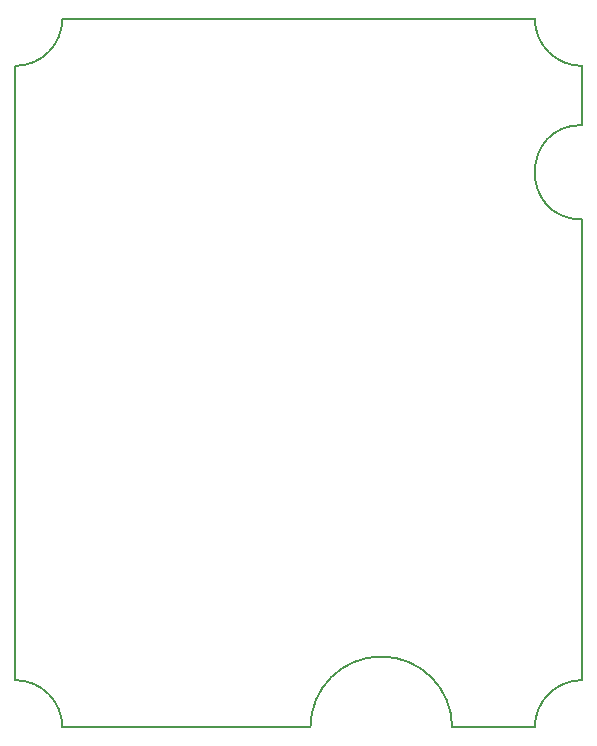
<source format=gbr>
G04 #@! TF.GenerationSoftware,KiCad,Pcbnew,5.1.4*
G04 #@! TF.CreationDate,2019-10-24T12:56:27-03:00*
G04 #@! TF.ProjectId,mows,6d6f7773-2e6b-4696-9361-645f70636258,rev?*
G04 #@! TF.SameCoordinates,Original*
G04 #@! TF.FileFunction,Legend,Bot*
G04 #@! TF.FilePolarity,Positive*
%FSLAX46Y46*%
G04 Gerber Fmt 4.6, Leading zero omitted, Abs format (unit mm)*
G04 Created by KiCad (PCBNEW 5.1.4) date 2019-10-24 12:56:27*
%MOMM*%
%LPD*%
G04 APERTURE LIST*
%ADD10C,0.150000*%
G04 APERTURE END LIST*
D10*
X171000000Y-86000000D02*
X171000000Y-125000000D01*
X171000000Y-73000000D02*
X171000000Y-78000000D01*
X171000000Y-86000000D02*
G75*
G02X171000000Y-78000000I0J4000000D01*
G01*
X148000000Y-129000000D02*
G75*
G02X160000000Y-129000000I6000000J0D01*
G01*
X167000000Y-129000000D02*
X160000000Y-129000000D01*
X147000000Y-129000000D02*
X148000000Y-129000000D01*
X127000000Y-129000000D02*
X147000000Y-129000000D01*
X127000000Y-69000000D02*
X167000000Y-69000000D01*
X123000000Y-125000000D02*
X123000000Y-73000000D01*
X123000000Y-125000000D02*
G75*
G02X127000000Y-129000000I0J-4000000D01*
G01*
X127000000Y-69000000D02*
G75*
G02X123000000Y-73000000I-4000000J0D01*
G01*
X171000000Y-73000000D02*
G75*
G02X167000000Y-69000000I0J4000000D01*
G01*
X167000000Y-129000000D02*
G75*
G02X171000000Y-125000000I4000000J0D01*
G01*
M02*

</source>
